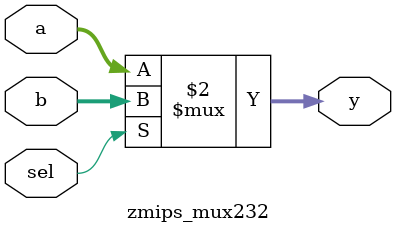
<source format=v>
/**
 * 2 x 5 MUX
 */

 module zmips_mux232(a, b, sel, y);
 input [4:0] a, b;
 input sel;
 output [4:0] y;

 assign y = (sel == 0) ? a : b;

 endmodule

</source>
